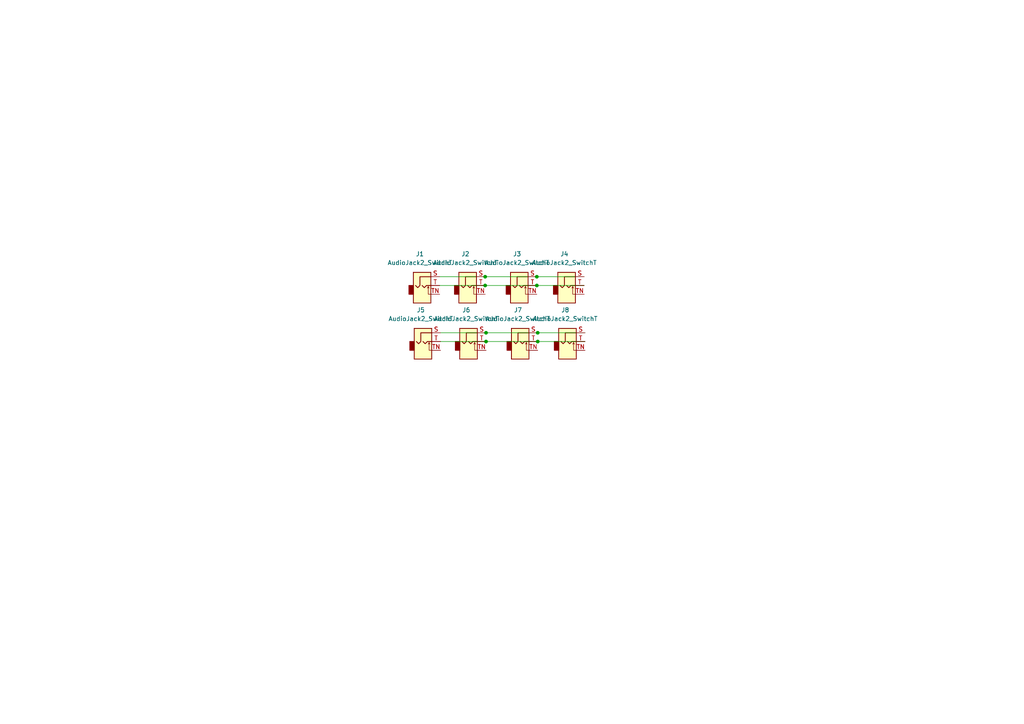
<source format=kicad_sch>
(kicad_sch (version 20230121) (generator eeschema)
  (paper "A4")
  (lib_symbols
    (symbol "Connector_Audio:AudioJack2_SwitchT"
      (property "Reference" "J" (at 0 8.89 0))
      (property "Value" "AudioJack2_SwitchT" (at 0 6.35 0))
      (symbol "AudioJack2_SwitchT_0_1"
        (rectangle (start -2.54 0) (end -3.81 -2.54) (stroke (width 0.254)) (fill (type outline)))
        (polyline (pts (xy 1.778 -0.254) (xy 2.032 -0.762)))
        (polyline (pts (xy 0 0) (xy 0.635 -0.635) (xy 1.27 0) (xy 2.54 0)) (stroke (width 0.254)))
        (polyline (pts (xy 2.54 -2.54) (xy 1.778 -2.54) (xy 1.778 -0.254) (xy 1.524 -0.762)))
        (polyline (pts (xy 2.54 2.54) (xy -0.635 2.54) (xy -0.635 0) (xy -1.27 -0.635) (xy -1.905 0)) (stroke (width 0.254)))
        (rectangle (start 2.54 3.81) (end -2.54 -5.08) (stroke (width 0.254)) (fill (type background)))
      )
      (symbol "AudioJack2_SwitchT_1_1"
        (pin passive line (at 5.08 2.54 180) (length 2.54) (name "~") (number "S"))
        (pin passive line (at 5.08 0 180) (length 2.54) (name "~") (number "T"))
        (pin passive line (at 5.08 -2.54 180) (length 2.54) (name "~") (number "TN"))
      )
    )
  )
  (junction (at 155.956 96.52))
  (junction (at 155.702 80.264))
  (junction (at 140.716 82.804))
  (junction (at 155.956 99.06))
  (junction (at 140.716 80.264))
  (junction (at 155.702 82.804))
  (junction (at 140.97 99.06))
  (junction (at 140.97 96.52))
  (wire (pts (xy 169.418 82.804) (xy 155.702 82.804)))
  (wire (pts (xy 140.97 99.06) (xy 127.762 99.06)))
  (wire (pts (xy 169.418 80.264) (xy 155.702 80.264)))
  (wire (pts (xy 155.956 99.06) (xy 140.97 99.06)))
  (wire (pts (xy 169.672 96.52) (xy 155.956 96.52)))
  (wire (pts (xy 140.716 80.264) (xy 127.508 80.264)))
  (wire (pts (xy 169.672 99.06) (xy 155.956 99.06)))
  (wire (pts (xy 155.702 82.804) (xy 140.716 82.804)))
  (wire (pts (xy 140.716 82.804) (xy 127.508 82.804)))
  (wire (pts (xy 155.956 96.52) (xy 140.97 96.52)))
  (wire (pts (xy 155.702 80.264) (xy 140.716 80.264)))
  (wire (pts (xy 140.97 96.52) (xy 127.762 96.52)))
  (symbol (lib_id "Connector_Audio:AudioJack2_SwitchT") (at 150.622 82.804 0) (unit 1)
    (property "Reference" "J3" (at 149.987 73.66 0))
    (property "Value" "AudioJack2_SwitchT" (at 149.987 76.2 0))
    (property "Footprint" "Connector_Audio:Jack_3.5mm_QingPu_WQP-PJ398SM_Vertical_CircularHoles" (effects hide))
  )
  (symbol (lib_id "Connector_Audio:AudioJack2_SwitchT") (at 150.876 99.06 0) (unit 1)
    (property "Reference" "J7" (at 150.241 89.916 0))
    (property "Value" "AudioJack2_SwitchT" (at 150.241 92.456 0))
    (property "Footprint" "Connector_Audio:Jack_3.5mm_QingPu_WQP-PJ398SM_Vertical_CircularHoles" (effects hide))
  )
  (symbol (lib_id "Connector_Audio:AudioJack2_SwitchT") (at 122.428 82.804 0) (unit 1)
    (property "Reference" "J1" (at 121.793 73.66 0))
    (property "Value" "AudioJack2_SwitchT" (at 121.793 76.2 0))
    (property "Footprint" "Connector_Audio:Jack_3.5mm_QingPu_WQP-PJ398SM_Vertical_CircularHoles" (effects hide))
  )
  (symbol (lib_id "Connector_Audio:AudioJack2_SwitchT") (at 135.89 99.06 0) (unit 1)
    (property "Reference" "J6" (at 135.255 89.916 0))
    (property "Value" "AudioJack2_SwitchT" (at 135.255 92.456 0))
    (property "Footprint" "Connector_Audio:Jack_3.5mm_QingPu_WQP-PJ398SM_Vertical_CircularHoles" (effects hide))
  )
  (symbol (lib_id "Connector_Audio:AudioJack2_SwitchT") (at 135.636 82.804 0) (unit 1)
    (property "Reference" "J2" (at 135.001 73.66 0))
    (property "Value" "AudioJack2_SwitchT" (at 135.001 76.2 0))
    (property "Footprint" "Connector_Audio:Jack_3.5mm_QingPu_WQP-PJ398SM_Vertical_CircularHoles" (effects hide))
  )
  (symbol (lib_id "Connector_Audio:AudioJack2_SwitchT") (at 164.592 99.06 0) (unit 1)
    (property "Reference" "J8" (at 163.957 89.916 0))
    (property "Value" "AudioJack2_SwitchT" (at 163.957 92.456 0))
    (property "Footprint" "Connector_Audio:Jack_3.5mm_QingPu_WQP-PJ398SM_Vertical_CircularHoles" (effects hide))
  )
  (symbol (lib_id "Connector_Audio:AudioJack2_SwitchT") (at 122.682 99.06 0) (unit 1)
    (property "Reference" "J5" (at 122.047 89.916 0))
    (property "Value" "AudioJack2_SwitchT" (at 122.047 92.456 0))
    (property "Footprint" "Connector_Audio:Jack_3.5mm_QingPu_WQP-PJ398SM_Vertical_CircularHoles" (effects hide))
  )
  (symbol (lib_id "Connector_Audio:AudioJack2_SwitchT") (at 164.338 82.804 0) (unit 1)
    (property "Reference" "J4" (at 163.703 73.66 0))
    (property "Value" "AudioJack2_SwitchT" (at 163.703 76.2 0))
    (property "Footprint" "Connector_Audio:Jack_3.5mm_QingPu_WQP-PJ398SM_Vertical_CircularHoles" (effects hide))
  )
)
</source>
